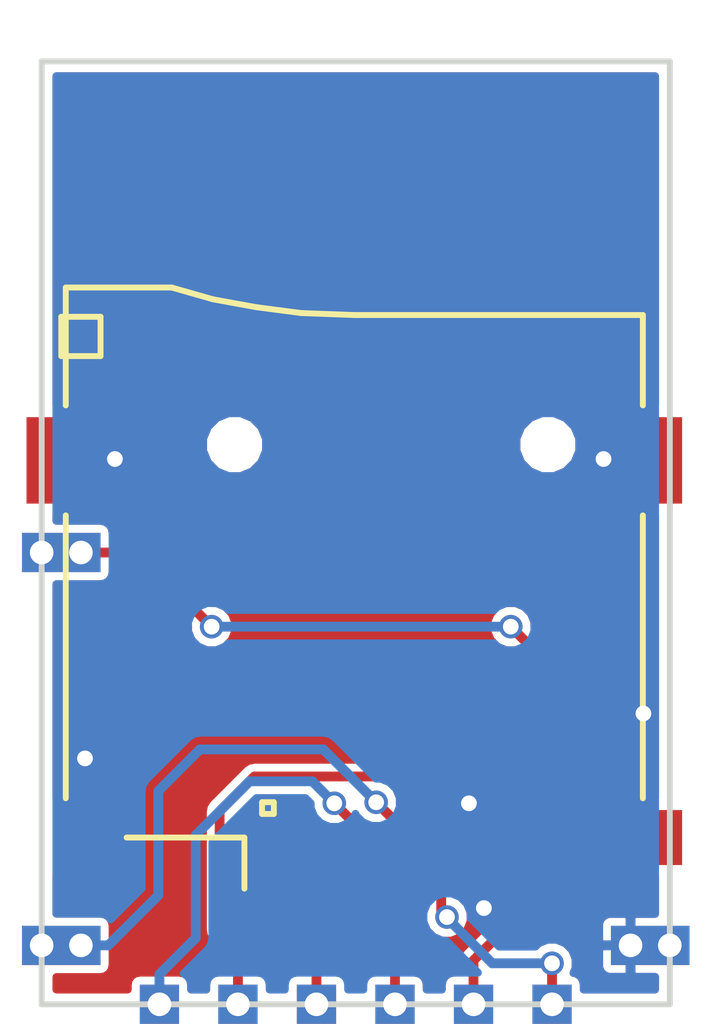
<source format=kicad_pcb>
(kicad_pcb (version 4) (host pcbnew 4.0.7)

  (general
    (links 16)
    (no_connects 0)
    (area 139.239999 91.44 157.690001 117.7036)
    (thickness 1.6)
    (drawings 0)
    (tracks 75)
    (zones 0)
    (modules 2)
    (nets 10)
  )

  (page A4)
  (layers
    (0 F.Cu signal)
    (31 B.Cu signal)
    (32 B.Adhes user)
    (33 F.Adhes user)
    (34 B.Paste user)
    (35 F.Paste user)
    (36 B.SilkS user)
    (37 F.SilkS user)
    (38 B.Mask user)
    (39 F.Mask user)
    (40 Dwgs.User user)
    (41 Cmts.User user)
    (42 Eco1.User user)
    (43 Eco2.User user)
    (44 Edge.Cuts user)
    (45 Margin user)
    (46 B.CrtYd user)
    (47 F.CrtYd user)
    (48 B.Fab user)
    (49 F.Fab user)
  )

  (setup
    (last_trace_width 0.25)
    (trace_clearance 0.2)
    (zone_clearance 0.508)
    (zone_45_only no)
    (trace_min 0.2)
    (segment_width 0.2)
    (edge_width 0.15)
    (via_size 0.6)
    (via_drill 0.4)
    (via_min_size 0.4)
    (via_min_drill 0.3)
    (uvia_size 0.3)
    (uvia_drill 0.1)
    (uvias_allowed no)
    (uvia_min_size 0.2)
    (uvia_min_drill 0.1)
    (pcb_text_width 0.3)
    (pcb_text_size 1.5 1.5)
    (mod_edge_width 0.15)
    (mod_text_size 1 1)
    (mod_text_width 0.15)
    (pad_size 1 1)
    (pad_drill 0.6)
    (pad_to_mask_clearance 0.2)
    (aux_axis_origin 157.5 92)
    (visible_elements 7FFFFFFF)
    (pcbplotparams
      (layerselection 0x010f0_80000001)
      (usegerberextensions true)
      (usegerberattributes true)
      (excludeedgelayer true)
      (linewidth 0.100000)
      (plotframeref false)
      (viasonmask false)
      (mode 1)
      (useauxorigin true)
      (hpglpennumber 1)
      (hpglpenspeed 20)
      (hpglpendiameter 15)
      (hpglpenoverlay 2)
      (psnegative false)
      (psa4output false)
      (plotreference false)
      (plotvalue false)
      (plotinvisibletext false)
      (padsonsilk false)
      (subtractmaskfromsilk false)
      (outputformat 1)
      (mirror false)
      (drillshape 0)
      (scaleselection 1)
      (outputdirectory gerbers/))
  )

  (net 0 "")
  (net 1 +3V3)
  (net 2 GND)
  (net 3 DET)
  (net 4 CMD)
  (net 5 DAT0)
  (net 6 DAT2)
  (net 7 DAT3)
  (net 8 DAT1)
  (net 9 CLK)

  (net_class Default "This is the default net class."
    (clearance 0.2)
    (trace_width 0.25)
    (via_dia 0.6)
    (via_drill 0.4)
    (uvia_dia 0.3)
    (uvia_drill 0.1)
    (add_net +3V3)
    (add_net CLK)
    (add_net CMD)
    (add_net DAT0)
    (add_net DAT1)
    (add_net DAT2)
    (add_net DAT3)
    (add_net DET)
    (add_net GND)
  )

  (module footprints:Conn_uSDcard (layer F.Cu) (tedit 5718CF45) (tstamp 5B01D093)
    (at 148.465 102.7586 180)
    (path /5B01E984)
    (fp_text reference XS1 (at 0 1 360) (layer F.Fab)
      (effects (font (size 0.6 0.6) (thickness 0.1)))
    )
    (fp_text value SD_ebay-uSD-push/push_SMD (at 0 0 360) (layer F.Fab)
      (effects (font (size 0.6 0.5) (thickness 0.1)))
    )
    (fp_line (start -7.35 3.3) (end 0 3.3) (layer F.SilkS) (width 0.15))
    (fp_line (start 0 3.3) (end 1.35 3.35) (layer F.SilkS) (width 0.15))
    (fp_line (start 1.35 3.35) (end 2.5 3.5) (layer F.SilkS) (width 0.15))
    (fp_line (start 2.5 3.5) (end 3.6 3.7) (layer F.SilkS) (width 0.15))
    (fp_line (start 3.6 3.7) (end 4.65 4) (layer F.SilkS) (width 0.15))
    (fp_text user %R (at 2.1 -9.35 360) (layer Eco1.User)
      (effects (font (size 0.3 0.3) (thickness 0.03)))
    )
    (fp_line (start 2.8 -10) (end 2.8 -11.3) (layer F.SilkS) (width 0.15))
    (fp_line (start -7.35 -1.8) (end -7.35 -9) (layer F.SilkS) (width 0.15))
    (fp_line (start -7.35 1) (end -7.35 3.3) (layer F.SilkS) (width 0.15))
    (fp_line (start 4.65 4) (end 7.35 4) (layer F.SilkS) (width 0.15))
    (fp_line (start 7.35 4) (end 7.35 1) (layer F.SilkS) (width 0.15))
    (fp_line (start 7.35 -9) (end 7.35 -1.8) (layer F.SilkS) (width 0.15))
    (fp_line (start 7.35 -9.5) (end 6.85 -10) (layer F.Fab) (width 0.05))
    (fp_line (start 2.35 -9.4) (end 2.05 -9.4) (layer F.SilkS) (width 0.15))
    (fp_line (start 2.05 -9.4) (end 2.05 -9.1) (layer F.SilkS) (width 0.15))
    (fp_line (start 2.05 -9.1) (end 2.35 -9.1) (layer F.SilkS) (width 0.15))
    (fp_line (start 2.35 -9.1) (end 2.35 -9.4) (layer F.SilkS) (width 0.15))
    (fp_line (start -7.75 4.5) (end -7.75 1) (layer F.CrtYd) (width 0.05))
    (fp_line (start -7.75 1) (end -8.75 1) (layer F.CrtYd) (width 0.05))
    (fp_line (start -8.75 1) (end -8.75 -1.75) (layer F.CrtYd) (width 0.05))
    (fp_line (start -8.75 -1.75) (end -7.75 -1.75) (layer F.CrtYd) (width 0.05))
    (fp_line (start -7.75 -1.75) (end -7.75 -9) (layer F.CrtYd) (width 0.05))
    (fp_line (start -7.75 -9) (end -8.75 -9) (layer F.CrtYd) (width 0.05))
    (fp_line (start -8.75 -9) (end -8.75 -11) (layer F.CrtYd) (width 0.05))
    (fp_line (start -8.75 -11) (end -7.25 -11) (layer F.CrtYd) (width 0.05))
    (fp_line (start -7.25 -11) (end -7.25 -11.5) (layer F.CrtYd) (width 0.05))
    (fp_line (start -7.25 -11.5) (end 2.75 -11.5) (layer F.CrtYd) (width 0.05))
    (fp_line (start 2.75 -11.5) (end 2.75 -10.25) (layer F.CrtYd) (width 0.05))
    (fp_line (start 2.75 -10.25) (end 5.75 -10.25) (layer F.CrtYd) (width 0.05))
    (fp_line (start 5.75 -10.25) (end 5.75 -11) (layer F.CrtYd) (width 0.05))
    (fp_line (start 5.75 -11) (end 8 -11) (layer F.CrtYd) (width 0.05))
    (fp_line (start 8 -11) (end 8 -9) (layer F.CrtYd) (width 0.05))
    (fp_line (start 8 -9) (end 7.75 -9) (layer F.CrtYd) (width 0.05))
    (fp_line (start 7.75 -9) (end 7.75 -1.75) (layer F.CrtYd) (width 0.05))
    (fp_line (start 7.75 -1.75) (end 8.75 -1.75) (layer F.CrtYd) (width 0.05))
    (fp_line (start 8.75 -1.75) (end 8.75 1) (layer F.CrtYd) (width 0.05))
    (fp_line (start 8.75 1) (end 7.75 1) (layer F.CrtYd) (width 0.05))
    (fp_line (start 7.75 1) (end 7.75 4.5) (layer F.CrtYd) (width 0.05))
    (fp_line (start -9 4.5) (end -7 4.5) (layer Cmts.User) (width 0.05))
    (fp_line (start -7 4.5) (end -6 3.5) (layer Cmts.User) (width 0.05))
    (fp_line (start -6 3.5) (end 4 3.5) (layer Cmts.User) (width 0.05))
    (fp_line (start 4 3.5) (end 5 4.5) (layer Cmts.User) (width 0.05))
    (fp_line (start 5 4.5) (end 9 4.5) (layer Cmts.User) (width 0.05))
    (fp_line (start 0 3.3) (end 1.7 3.4) (layer F.Fab) (width 0.05))
    (fp_line (start 1.7 3.4) (end 3.5 3.7) (layer F.Fab) (width 0.05))
    (fp_line (start 3.5 3.7) (end 4.7 4) (layer F.Fab) (width 0.05))
    (fp_line (start 2.8 -10) (end 5.8 -10) (layer F.SilkS) (width 0.15))
    (fp_line (start -6.55 8.6) (end -6.55 3.3) (layer F.Fab) (width 0.05))
    (fp_line (start -5.85 9.3) (end 3.95 9.3) (layer F.Fab) (width 0.05))
    (fp_arc (start -5.85 8.6) (end -6.55 8.6) (angle -90) (layer F.Fab) (width 0.05))
    (fp_line (start 4.65 8.6) (end 4.65 4) (layer F.Fab) (width 0.05))
    (fp_arc (start 3.95 8.6) (end 4.65 8.6) (angle 90) (layer F.Fab) (width 0.05))
    (fp_line (start 4.65 4) (end 7.35 4) (layer F.Fab) (width 0.05))
    (fp_line (start -7.35 3.3) (end 0 3.3) (layer F.Fab) (width 0.05))
    (fp_line (start -7.35 -10) (end 7.35 -10) (layer F.Fab) (width 0.05))
    (fp_line (start 7.35 -10) (end 7.35 4) (layer F.Fab) (width 0.05))
    (fp_line (start -7.35 -10) (end -7.35 3.3) (layer F.Fab) (width 0.05))
    (pad 6 smd rect (at 7.75 -0.4 180) (size 1.2 2.2) (layers F.Cu F.Paste F.Mask)
      (net 2 GND))
    (pad 6 smd rect (at -7.75 -0.4 180) (size 1.2 2.2) (layers F.Cu F.Paste F.Mask)
      (net 2 GND))
    (pad 6 smd rect (at 6.85 -10 180) (size 1.6 1.4) (layers F.Cu F.Paste F.Mask)
      (net 2 GND))
    (pad 6 smd rect (at -7.75 -10 180) (size 1.2 1.4) (layers F.Cu F.Paste F.Mask)
      (net 2 GND))
    (pad 9 smd rect (at -6.6 -10.5 180) (size 0.7 1.6) (layers F.Cu F.Paste F.Mask)
      (net 3 DET))
    (pad 7 smd rect (at -4.4 -10.5 180) (size 0.7 1.6) (layers F.Cu F.Paste F.Mask)
      (net 5 DAT0))
    (pad 8 smd rect (at -5.5 -10.5 180) (size 0.7 1.6) (layers F.Cu F.Paste F.Mask)
      (net 8 DAT1))
    (pad 6 smd rect (at -3.3 -10.5 180) (size 0.7 1.6) (layers F.Cu F.Paste F.Mask)
      (net 2 GND))
    (pad 5 smd rect (at -2.2 -10.5 180) (size 0.7 1.6) (layers F.Cu F.Paste F.Mask)
      (net 9 CLK))
    (pad 4 smd rect (at -1.1 -10.5 180) (size 0.7 1.6) (layers F.Cu F.Paste F.Mask)
      (net 1 +3V3))
    (pad 1 smd rect (at 2.2 -10.5 180) (size 0.7 1.6) (layers F.Cu F.Paste F.Mask)
      (net 6 DAT2))
    (pad 2 smd rect (at 1.1 -10.5 180) (size 0.7 1.6) (layers F.Cu F.Paste F.Mask)
      (net 7 DAT3))
    (pad "" np_thru_hole circle (at 3.05 0 180) (size 1 1) (drill 1) (layers *.Cu))
    (pad "" np_thru_hole circle (at -4.93 0 180) (size 1 1) (drill 1) (layers *.Cu))
    (pad 3 smd rect (at 0 -10.5 180) (size 0.7 1.6) (layers F.Cu F.Paste F.Mask)
      (net 4 CMD))
  )

  (module footprints:ESP12_BASE (layer F.Cu) (tedit 5B01D2FD) (tstamp 596E5532)
    (at 148.5011 105.0036)
    (path /596E53C6)
    (fp_text reference U1 (at -3.475 7.45) (layer F.SilkS) hide
      (effects (font (size 1 1) (thickness 0.15)))
    )
    (fp_text value ESP-12E (at -1.15 -7.925) (layer F.Fab) hide
      (effects (font (size 1 1) (thickness 0.15)))
    )
    (fp_line (start -7.5 -4.5) (end -7.5 -5.5) (layer F.SilkS) (width 0.15))
    (fp_line (start -6.5 -4.5) (end -7.5 -4.5) (layer F.SilkS) (width 0.15))
    (fp_line (start -6.5 -5.5) (end -6.5 -4.5) (layer F.SilkS) (width 0.15))
    (fp_line (start -7.5 -5.5) (end -6.5 -5.5) (layer F.SilkS) (width 0.15))
    (fp_line (start -8 12) (end -8 -12) (layer Edge.Cuts) (width 0.15))
    (fp_line (start 8 12) (end -8 12) (layer Edge.Cuts) (width 0.15))
    (fp_line (start 8 -12) (end 8 12) (layer Edge.Cuts) (width 0.15))
    (fp_line (start -8 -12) (end 8 -12) (layer Edge.Cuts) (width 0.15))
    (pad 3 thru_hole rect (at -8 0.5) (size 1 1) (drill 0.6) (layers *.Cu B.Mask)
      (net 3 DET))
    (pad 8 thru_hole rect (at -8 10.5) (size 1 1) (drill 0.6) (layers *.Cu *.Mask)
      (net 1 +3V3))
    (pad 3 thru_hole rect (at -7 0.5) (size 1 1) (drill 0.6) (layers *.Cu B.Mask)
      (net 3 DET))
    (pad 8 thru_hole rect (at -7 10.5) (size 1 1) (drill 0.6) (layers *.Cu *.Mask)
      (net 1 +3V3))
    (pad 9 thru_hole rect (at -5 12) (size 1 1) (drill 0.6) (layers *.Cu *.Mask)
      (net 4 CMD))
    (pad 10 thru_hole rect (at -3 12) (size 1 1) (drill 0.6) (layers *.Cu *.Mask)
      (net 5 DAT0))
    (pad 11 thru_hole rect (at -1 12) (size 1 1) (drill 0.6) (layers *.Cu *.Mask)
      (net 6 DAT2))
    (pad 12 thru_hole rect (at 1 12) (size 1 1) (drill 0.6) (layers *.Cu *.Mask)
      (net 7 DAT3))
    (pad 13 thru_hole rect (at 3 12) (size 1 1) (drill 0.6) (layers *.Cu *.Mask)
      (net 8 DAT1))
    (pad 14 thru_hole rect (at 5 12) (size 1 1) (drill 0.6) (layers *.Cu *.Mask)
      (net 9 CLK))
    (pad 15 thru_hole rect (at 8 10.5) (size 1 1) (drill 0.6) (layers *.Cu *.Mask)
      (net 2 GND))
    (pad 15 thru_hole rect (at 7 10.5) (size 1 1) (drill 0.6) (layers *.Cu *.Mask)
      (net 2 GND))
  )

  (segment (start 149.0218 111.8616) (end 147.6756 110.5154) (width 0.25) (layer B.Cu) (net 1))
  (segment (start 147.6756 110.5154) (end 144.530858 110.5154) (width 0.25) (layer B.Cu) (net 1))
  (segment (start 144.530858 110.5154) (end 143.472017 111.574241) (width 0.25) (layer B.Cu) (net 1))
  (segment (start 143.472017 111.574241) (end 143.472017 114.229363) (width 0.25) (layer B.Cu) (net 1))
  (segment (start 143.472017 114.229363) (end 142.19778 115.5036) (width 0.25) (layer B.Cu) (net 1))
  (segment (start 142.19778 115.5036) (end 141.5011 115.5036) (width 0.25) (layer B.Cu) (net 1))
  (segment (start 149.565 113.2586) (end 149.565 112.4048) (width 0.25) (layer F.Cu) (net 1))
  (segment (start 149.565 112.4048) (end 149.0218 111.8616) (width 0.25) (layer F.Cu) (net 1))
  (via (at 149.0218 111.8616) (size 0.6) (drill 0.4) (layers F.Cu B.Cu) (net 1))
  (segment (start 141.5011 115.5036) (end 140.5011 115.5036) (width 0.25) (layer F.Cu) (net 1))
  (segment (start 151.765 113.2586) (end 151.765 114.554) (width 0.25) (layer F.Cu) (net 2))
  (via (at 151.765 114.554) (size 0.6) (drill 0.4) (layers F.Cu B.Cu) (net 2))
  (segment (start 151.765 113.2586) (end 151.765 112.268) (width 0.25) (layer F.Cu) (net 2))
  (via (at 151.384 111.887) (size 0.6) (drill 0.4) (layers F.Cu B.Cu) (net 2))
  (segment (start 151.765 112.268) (end 151.384 111.887) (width 0.25) (layer F.Cu) (net 2))
  (segment (start 156.215 112.273) (end 155.829 111.887) (width 0.25) (layer F.Cu) (net 2))
  (segment (start 155.829 111.887) (end 155.829 109.601) (width 0.25) (layer F.Cu) (net 2))
  (via (at 155.829 109.601) (size 0.6) (drill 0.4) (layers F.Cu B.Cu) (net 2))
  (segment (start 156.215 112.7586) (end 156.215 112.273) (width 0.25) (layer F.Cu) (net 2))
  (segment (start 141.615 112.7586) (end 141.615 110.754) (width 0.25) (layer F.Cu) (net 2))
  (segment (start 141.615 110.754) (end 141.605 110.744) (width 0.25) (layer F.Cu) (net 2))
  (via (at 141.605 110.744) (size 0.6) (drill 0.4) (layers F.Cu B.Cu) (net 2))
  (segment (start 156.215 103.1586) (end 154.8476 103.1586) (width 0.25) (layer F.Cu) (net 2))
  (segment (start 154.8476 103.1586) (end 154.813 103.124) (width 0.25) (layer F.Cu) (net 2))
  (via (at 154.813 103.124) (size 0.6) (drill 0.4) (layers F.Cu B.Cu) (net 2))
  (segment (start 140.715 103.1586) (end 142.3324 103.1586) (width 0.25) (layer F.Cu) (net 2))
  (segment (start 142.3324 103.1586) (end 142.367 103.124) (width 0.25) (layer F.Cu) (net 2))
  (via (at 142.367 103.124) (size 0.6) (drill 0.4) (layers F.Cu B.Cu) (net 2))
  (segment (start 156.5011 115.5036) (end 155.5011 115.5036) (width 0.25) (layer F.Cu) (net 2))
  (segment (start 152.4508 107.3912) (end 144.8308 107.3912) (width 0.25) (layer B.Cu) (net 3))
  (via (at 144.8308 107.3912) (size 0.6) (drill 0.4) (layers F.Cu B.Cu) (net 3))
  (via (at 152.4508 107.3912) (size 0.6) (drill 0.4) (layers F.Cu B.Cu) (net 3))
  (segment (start 144.8308 107.3912) (end 142.9432 105.5036) (width 0.25) (layer F.Cu) (net 3))
  (segment (start 142.9432 105.5036) (end 141.5011 105.5036) (width 0.25) (layer F.Cu) (net 3))
  (segment (start 155.065 110.0054) (end 152.4508 107.3912) (width 0.25) (layer F.Cu) (net 3))
  (segment (start 155.065 113.2586) (end 155.065 110.0054) (width 0.25) (layer F.Cu) (net 3))
  (segment (start 140.5011 105.5036) (end 141.5011 105.5036) (width 0.25) (layer F.Cu) (net 3))
  (segment (start 144.4244 115.316) (end 143.5011 116.2393) (width 0.25) (layer B.Cu) (net 4))
  (segment (start 143.5011 116.2393) (end 143.5011 117.0036) (width 0.25) (layer B.Cu) (net 4))
  (segment (start 144.4244 112.6998) (end 144.4244 115.316) (width 0.25) (layer B.Cu) (net 4))
  (segment (start 145.796 111.3282) (end 144.4244 112.6998) (width 0.25) (layer B.Cu) (net 4))
  (segment (start 147.3962 111.3282) (end 145.796 111.3282) (width 0.25) (layer B.Cu) (net 4))
  (segment (start 147.955 111.887) (end 147.3962 111.3282) (width 0.25) (layer B.Cu) (net 4))
  (segment (start 148.465 113.2586) (end 148.465 112.397) (width 0.25) (layer F.Cu) (net 4))
  (segment (start 148.465 112.397) (end 147.955 111.887) (width 0.25) (layer F.Cu) (net 4))
  (via (at 147.955 111.887) (size 0.6) (drill 0.4) (layers F.Cu B.Cu) (net 4))
  (segment (start 145.5011 117.0036) (end 145.5011 115.5799) (width 0.25) (layer F.Cu) (net 5))
  (segment (start 152.047807 111.204607) (end 152.865 112.0218) (width 0.25) (layer F.Cu) (net 5))
  (segment (start 145.5011 115.5799) (end 145.034 115.1128) (width 0.25) (layer F.Cu) (net 5))
  (segment (start 145.034 115.1128) (end 145.034 112.0902) (width 0.25) (layer F.Cu) (net 5))
  (segment (start 152.865 112.0218) (end 152.865 113.2586) (width 0.25) (layer F.Cu) (net 5))
  (segment (start 145.034 112.0902) (end 145.919593 111.204607) (width 0.25) (layer F.Cu) (net 5))
  (segment (start 145.919593 111.204607) (end 152.047807 111.204607) (width 0.25) (layer F.Cu) (net 5))
  (segment (start 146.265 114.261) (end 147.5011 115.4971) (width 0.25) (layer F.Cu) (net 6))
  (segment (start 147.5011 115.4971) (end 147.5011 117.0036) (width 0.25) (layer F.Cu) (net 6))
  (segment (start 146.265 113.2586) (end 146.265 114.261) (width 0.25) (layer F.Cu) (net 6))
  (segment (start 149.098 115.5954) (end 149.5011 115.9985) (width 0.25) (layer F.Cu) (net 7))
  (segment (start 149.5011 115.9985) (end 149.5011 117.0036) (width 0.25) (layer F.Cu) (net 7))
  (segment (start 148.463 115.5954) (end 149.098 115.5954) (width 0.25) (layer F.Cu) (net 7))
  (segment (start 147.365 114.4974) (end 148.463 115.5954) (width 0.25) (layer F.Cu) (net 7))
  (segment (start 147.365 113.2586) (end 147.365 114.4974) (width 0.25) (layer F.Cu) (net 7))
  (segment (start 153.4668 114.9858) (end 153.965 114.4876) (width 0.25) (layer F.Cu) (net 8))
  (segment (start 153.965 114.4876) (end 153.965 113.2586) (width 0.25) (layer F.Cu) (net 8))
  (segment (start 152.4 114.9858) (end 153.4668 114.9858) (width 0.25) (layer F.Cu) (net 8))
  (segment (start 151.5011 115.8847) (end 152.4 114.9858) (width 0.25) (layer F.Cu) (net 8))
  (segment (start 151.5011 117.0036) (end 151.5011 115.8847) (width 0.25) (layer F.Cu) (net 8))
  (segment (start 153.5011 115.9599) (end 151.977515 115.9599) (width 0.25) (layer B.Cu) (net 9))
  (segment (start 151.977515 115.9599) (end 150.8252 114.807585) (width 0.25) (layer B.Cu) (net 9))
  (segment (start 150.8252 114.807585) (end 150.8252 114.7826) (width 0.25) (layer B.Cu) (net 9))
  (segment (start 150.8252 114.7826) (end 150.678725 114.636125) (width 0.25) (layer F.Cu) (net 9))
  (segment (start 150.678725 114.636125) (end 150.678725 113.272325) (width 0.25) (layer F.Cu) (net 9))
  (segment (start 150.678725 113.272325) (end 150.665 113.2586) (width 0.25) (layer F.Cu) (net 9))
  (via (at 150.8252 114.7826) (size 0.6) (drill 0.4) (layers F.Cu B.Cu) (net 9))
  (via (at 153.5011 115.9599) (size 0.6) (drill 0.4) (layers F.Cu B.Cu) (net 9))
  (segment (start 153.5011 115.9599) (end 153.5011 117.0036) (width 0.25) (layer F.Cu) (net 9))

  (zone (net 2) (net_name GND) (layer B.Cu) (tstamp 0) (hatch edge 0.508)
    (connect_pads (clearance 0.2))
    (min_thickness 0.2)
    (fill yes (arc_segments 16) (thermal_gap 0.2) (thermal_bridge_width 0.25))
    (polygon
      (pts
        (xy 139.7 91.44) (xy 157.48 91.44) (xy 157.48 116.84) (xy 139.7 116.84)
      )
    )
    (filled_polygon
      (pts
        (xy 156.1261 114.7036) (xy 155.6011 114.7036) (xy 155.5261 114.7786) (xy 155.5261 115.4786) (xy 155.5461 115.4786)
        (xy 155.5461 115.5286) (xy 155.5261 115.5286) (xy 155.5261 116.2286) (xy 155.6011 116.3036) (xy 156.1261 116.3036)
        (xy 156.1261 116.6286) (xy 154.306977 116.6286) (xy 154.306977 116.5036) (xy 154.286058 116.392427) (xy 154.220355 116.290321)
        (xy 154.120103 116.221822) (xy 154.048069 116.207235) (xy 154.100996 116.079771) (xy 154.101204 115.841076) (xy 154.010052 115.620471)
        (xy 153.993211 115.6036) (xy 154.7011 115.6036) (xy 154.7011 116.063273) (xy 154.746772 116.173536) (xy 154.831163 116.257928)
        (xy 154.941426 116.3036) (xy 155.4011 116.3036) (xy 155.4761 116.2286) (xy 155.4761 115.5286) (xy 154.7761 115.5286)
        (xy 154.7011 115.6036) (xy 153.993211 115.6036) (xy 153.841417 115.451541) (xy 153.620971 115.360004) (xy 153.382276 115.359796)
        (xy 153.161671 115.450948) (xy 153.077572 115.5349) (xy 152.153556 115.5349) (xy 151.562583 114.943927) (xy 154.7011 114.943927)
        (xy 154.7011 115.4036) (xy 154.7761 115.4786) (xy 155.4761 115.4786) (xy 155.4761 114.7786) (xy 155.4011 114.7036)
        (xy 154.941426 114.7036) (xy 154.831163 114.749272) (xy 154.746772 114.833664) (xy 154.7011 114.943927) (xy 151.562583 114.943927)
        (xy 151.42518 114.806524) (xy 151.425304 114.663776) (xy 151.334152 114.443171) (xy 151.165517 114.274241) (xy 150.945071 114.182704)
        (xy 150.706376 114.182496) (xy 150.485771 114.273648) (xy 150.316841 114.442283) (xy 150.225304 114.662729) (xy 150.225096 114.901424)
        (xy 150.316248 115.122029) (xy 150.484883 115.290959) (xy 150.705329 115.382496) (xy 150.799153 115.382578) (xy 151.614297 116.197723)
        (xy 151.0011 116.197723) (xy 150.889927 116.218642) (xy 150.787821 116.284345) (xy 150.719322 116.384597) (xy 150.695223 116.5036)
        (xy 150.695223 116.6286) (xy 150.306977 116.6286) (xy 150.306977 116.5036) (xy 150.286058 116.392427) (xy 150.220355 116.290321)
        (xy 150.120103 116.221822) (xy 150.0011 116.197723) (xy 149.0011 116.197723) (xy 148.889927 116.218642) (xy 148.787821 116.284345)
        (xy 148.719322 116.384597) (xy 148.695223 116.5036) (xy 148.695223 116.6286) (xy 148.306977 116.6286) (xy 148.306977 116.5036)
        (xy 148.286058 116.392427) (xy 148.220355 116.290321) (xy 148.120103 116.221822) (xy 148.0011 116.197723) (xy 147.0011 116.197723)
        (xy 146.889927 116.218642) (xy 146.787821 116.284345) (xy 146.719322 116.384597) (xy 146.695223 116.5036) (xy 146.695223 116.6286)
        (xy 146.306977 116.6286) (xy 146.306977 116.5036) (xy 146.286058 116.392427) (xy 146.220355 116.290321) (xy 146.120103 116.221822)
        (xy 146.0011 116.197723) (xy 145.0011 116.197723) (xy 144.889927 116.218642) (xy 144.787821 116.284345) (xy 144.719322 116.384597)
        (xy 144.695223 116.5036) (xy 144.695223 116.6286) (xy 144.306977 116.6286) (xy 144.306977 116.5036) (xy 144.286058 116.392427)
        (xy 144.220355 116.290321) (xy 144.120103 116.221822) (xy 144.1197 116.22174) (xy 144.72492 115.616521) (xy 144.817048 115.478641)
        (xy 144.817049 115.47864) (xy 144.8494 115.316) (xy 144.8494 112.87584) (xy 145.972041 111.7532) (xy 147.22016 111.7532)
        (xy 147.354999 111.888039) (xy 147.354896 112.005824) (xy 147.446048 112.226429) (xy 147.614683 112.395359) (xy 147.835129 112.486896)
        (xy 148.073824 112.487104) (xy 148.294429 112.395952) (xy 148.463359 112.227317) (xy 148.493609 112.154467) (xy 148.512848 112.201029)
        (xy 148.681483 112.369959) (xy 148.901929 112.461496) (xy 149.140624 112.461704) (xy 149.361229 112.370552) (xy 149.530159 112.201917)
        (xy 149.621696 111.981471) (xy 149.621904 111.742776) (xy 149.530752 111.522171) (xy 149.362117 111.353241) (xy 149.141671 111.261704)
        (xy 149.022841 111.2616) (xy 147.97612 110.21488) (xy 147.838241 110.122751) (xy 147.811257 110.117384) (xy 147.6756 110.0904)
        (xy 144.530858 110.0904) (xy 144.368218 110.122751) (xy 144.368216 110.122752) (xy 144.368217 110.122752) (xy 144.230337 110.21488)
        (xy 143.171497 111.273721) (xy 143.079368 111.4116) (xy 143.079368 111.411601) (xy 143.047017 111.574241) (xy 143.047017 114.053322)
        (xy 142.255461 114.844878) (xy 142.220355 114.790321) (xy 142.120103 114.721822) (xy 142.0011 114.697723) (xy 140.8761 114.697723)
        (xy 140.8761 107.510024) (xy 144.230696 107.510024) (xy 144.321848 107.730629) (xy 144.490483 107.899559) (xy 144.710929 107.991096)
        (xy 144.949624 107.991304) (xy 145.170229 107.900152) (xy 145.254328 107.8162) (xy 152.02727 107.8162) (xy 152.110483 107.899559)
        (xy 152.330929 107.991096) (xy 152.569624 107.991304) (xy 152.790229 107.900152) (xy 152.959159 107.731517) (xy 153.050696 107.511071)
        (xy 153.050904 107.272376) (xy 152.959752 107.051771) (xy 152.791117 106.882841) (xy 152.570671 106.791304) (xy 152.331976 106.791096)
        (xy 152.111371 106.882248) (xy 152.027272 106.9662) (xy 145.25433 106.9662) (xy 145.171117 106.882841) (xy 144.950671 106.791304)
        (xy 144.711976 106.791096) (xy 144.491371 106.882248) (xy 144.322441 107.050883) (xy 144.230904 107.271329) (xy 144.230696 107.510024)
        (xy 140.8761 107.510024) (xy 140.8761 106.309477) (xy 142.0011 106.309477) (xy 142.112273 106.288558) (xy 142.214379 106.222855)
        (xy 142.282878 106.122603) (xy 142.306977 106.0036) (xy 142.306977 105.0036) (xy 142.286058 104.892427) (xy 142.220355 104.790321)
        (xy 142.120103 104.721822) (xy 142.0011 104.697723) (xy 140.8761 104.697723) (xy 140.8761 102.917032) (xy 144.614861 102.917032)
        (xy 144.736397 103.211172) (xy 144.961245 103.436412) (xy 145.255172 103.558461) (xy 145.573432 103.558739) (xy 145.867572 103.437203)
        (xy 146.092812 103.212355) (xy 146.214861 102.918428) (xy 146.214862 102.917032) (xy 152.594861 102.917032) (xy 152.716397 103.211172)
        (xy 152.941245 103.436412) (xy 153.235172 103.558461) (xy 153.553432 103.558739) (xy 153.847572 103.437203) (xy 154.072812 103.212355)
        (xy 154.194861 102.918428) (xy 154.195139 102.600168) (xy 154.073603 102.306028) (xy 153.848755 102.080788) (xy 153.554828 101.958739)
        (xy 153.236568 101.958461) (xy 152.942428 102.079997) (xy 152.717188 102.304845) (xy 152.595139 102.598772) (xy 152.594861 102.917032)
        (xy 146.214862 102.917032) (xy 146.215139 102.600168) (xy 146.093603 102.306028) (xy 145.868755 102.080788) (xy 145.574828 101.958739)
        (xy 145.256568 101.958461) (xy 144.962428 102.079997) (xy 144.737188 102.304845) (xy 144.615139 102.598772) (xy 144.614861 102.917032)
        (xy 140.8761 102.917032) (xy 140.8761 93.3786) (xy 156.1261 93.3786)
      )
    )
  )
  (zone (net 2) (net_name GND) (layer F.Cu) (tstamp 5B01D538) (hatch edge 0.508)
    (connect_pads (clearance 0.2))
    (min_thickness 0.2)
    (fill yes (arc_segments 16) (thermal_gap 0.2) (thermal_bridge_width 0.25))
    (polygon
      (pts
        (xy 157.48 91.44) (xy 139.7 91.44) (xy 139.7 116.84) (xy 157.48 116.84)
      )
    )
    (filled_polygon
      (pts
        (xy 152.413905 112.171746) (xy 152.403827 112.173642) (xy 152.312849 112.232184) (xy 152.284937 112.204272) (xy 152.174674 112.1586)
        (xy 151.865 112.1586) (xy 151.79 112.2336) (xy 151.79 113.2336) (xy 151.81 113.2336) (xy 151.81 113.2836)
        (xy 151.79 113.2836) (xy 151.79 114.2836) (xy 151.865 114.3586) (xy 152.174674 114.3586) (xy 152.284937 114.312928)
        (xy 152.31371 114.284154) (xy 152.395997 114.340378) (xy 152.515 114.364477) (xy 153.215 114.364477) (xy 153.326173 114.343558)
        (xy 153.416028 114.285738) (xy 153.495997 114.340378) (xy 153.508624 114.342935) (xy 153.29076 114.5608) (xy 152.4 114.5608)
        (xy 152.237359 114.593151) (xy 152.09948 114.685279) (xy 151.20058 115.58418) (xy 151.108451 115.722059) (xy 151.108451 115.72206)
        (xy 151.0761 115.8847) (xy 151.0761 116.197723) (xy 151.0011 116.197723) (xy 150.889927 116.218642) (xy 150.787821 116.284345)
        (xy 150.719322 116.384597) (xy 150.695223 116.5036) (xy 150.695223 116.6286) (xy 150.306977 116.6286) (xy 150.306977 116.5036)
        (xy 150.286058 116.392427) (xy 150.220355 116.290321) (xy 150.120103 116.221822) (xy 150.0011 116.197723) (xy 149.9261 116.197723)
        (xy 149.9261 115.9985) (xy 149.893749 115.83586) (xy 149.81771 115.72206) (xy 149.80162 115.697979) (xy 149.39852 115.29488)
        (xy 149.260641 115.202751) (xy 149.229611 115.196579) (xy 149.098 115.1704) (xy 148.639041 115.1704) (xy 147.814411 114.345771)
        (xy 147.826173 114.343558) (xy 147.916028 114.285738) (xy 147.995997 114.340378) (xy 148.115 114.364477) (xy 148.815 114.364477)
        (xy 148.926173 114.343558) (xy 149.016028 114.285738) (xy 149.095997 114.340378) (xy 149.215 114.364477) (xy 149.915 114.364477)
        (xy 150.026173 114.343558) (xy 150.116028 114.285738) (xy 150.195997 114.340378) (xy 150.253725 114.352068) (xy 150.253725 114.594283)
        (xy 150.225304 114.662729) (xy 150.225096 114.901424) (xy 150.316248 115.122029) (xy 150.484883 115.290959) (xy 150.705329 115.382496)
        (xy 150.944024 115.382704) (xy 151.164629 115.291552) (xy 151.333559 115.122917) (xy 151.425096 114.902471) (xy 151.425304 114.663776)
        (xy 151.334152 114.443171) (xy 151.192261 114.301032) (xy 151.217151 114.285016) (xy 151.245063 114.312928) (xy 151.355326 114.3586)
        (xy 151.665 114.3586) (xy 151.74 114.2836) (xy 151.74 113.2836) (xy 151.72 113.2836) (xy 151.72 113.2336)
        (xy 151.74 113.2336) (xy 151.74 112.2336) (xy 151.665 112.1586) (xy 151.355326 112.1586) (xy 151.245063 112.204272)
        (xy 151.21629 112.233046) (xy 151.134003 112.176822) (xy 151.015 112.152723) (xy 150.315 112.152723) (xy 150.203827 112.173642)
        (xy 150.113972 112.231462) (xy 150.034003 112.176822) (xy 149.915 112.152723) (xy 149.89789 112.152723) (xy 149.865521 112.10428)
        (xy 149.621801 111.860561) (xy 149.621904 111.742776) (xy 149.575144 111.629607) (xy 151.871767 111.629607)
      )
    )
    (filled_polygon
      (pts
        (xy 156.1261 101.7697) (xy 156.115 101.7586) (xy 155.555326 101.7586) (xy 155.445063 101.804272) (xy 155.360672 101.888664)
        (xy 155.315 101.998927) (xy 155.315 103.0586) (xy 155.39 103.1336) (xy 156.1261 103.1336) (xy 156.1261 103.1836)
        (xy 155.39 103.1836) (xy 155.315 103.2586) (xy 155.315 104.318273) (xy 155.360672 104.428536) (xy 155.445063 104.512928)
        (xy 155.555326 104.5586) (xy 156.115 104.5586) (xy 156.1261 104.5475) (xy 156.1261 111.7697) (xy 156.115 111.7586)
        (xy 155.555326 111.7586) (xy 155.49 111.785659) (xy 155.49 110.0054) (xy 155.457649 109.84276) (xy 155.457649 109.842759)
        (xy 155.36552 109.70488) (xy 153.050801 107.390161) (xy 153.050904 107.272376) (xy 152.959752 107.051771) (xy 152.791117 106.882841)
        (xy 152.570671 106.791304) (xy 152.331976 106.791096) (xy 152.111371 106.882248) (xy 151.942441 107.050883) (xy 151.850904 107.271329)
        (xy 151.850696 107.510024) (xy 151.941848 107.730629) (xy 152.110483 107.899559) (xy 152.330929 107.991096) (xy 152.44976 107.9912)
        (xy 154.64 110.18144) (xy 154.64 112.166835) (xy 154.603827 112.173642) (xy 154.513972 112.231462) (xy 154.434003 112.176822)
        (xy 154.315 112.152723) (xy 153.615 112.152723) (xy 153.503827 112.173642) (xy 153.413972 112.231462) (xy 153.334003 112.176822)
        (xy 153.29 112.167911) (xy 153.29 112.0218) (xy 153.257649 111.85916) (xy 153.196855 111.768176) (xy 153.16552 111.721279)
        (xy 152.348327 110.904087) (xy 152.210448 110.811958) (xy 152.183464 110.806591) (xy 152.047807 110.779607) (xy 145.919593 110.779607)
        (xy 145.756952 110.811958) (xy 145.619073 110.904086) (xy 144.73348 111.78968) (xy 144.641351 111.927559) (xy 144.641351 111.92756)
        (xy 144.609 112.0902) (xy 144.609 115.1128) (xy 144.626958 115.20308) (xy 144.641351 115.275441) (xy 144.73348 115.41332)
        (xy 145.0761 115.75594) (xy 145.0761 116.197723) (xy 145.0011 116.197723) (xy 144.889927 116.218642) (xy 144.787821 116.284345)
        (xy 144.719322 116.384597) (xy 144.695223 116.5036) (xy 144.695223 116.6286) (xy 144.306977 116.6286) (xy 144.306977 116.5036)
        (xy 144.286058 116.392427) (xy 144.220355 116.290321) (xy 144.120103 116.221822) (xy 144.0011 116.197723) (xy 143.0011 116.197723)
        (xy 142.889927 116.218642) (xy 142.787821 116.284345) (xy 142.719322 116.384597) (xy 142.695223 116.5036) (xy 142.695223 116.6286)
        (xy 140.8761 116.6286) (xy 140.8761 116.309477) (xy 142.0011 116.309477) (xy 142.112273 116.288558) (xy 142.214379 116.222855)
        (xy 142.282878 116.122603) (xy 142.306977 116.0036) (xy 142.306977 115.0036) (xy 142.286058 114.892427) (xy 142.220355 114.790321)
        (xy 142.120103 114.721822) (xy 142.0011 114.697723) (xy 140.8761 114.697723) (xy 140.8761 113.7586) (xy 141.515 113.7586)
        (xy 141.59 113.6836) (xy 141.59 112.7836) (xy 141.64 112.7836) (xy 141.64 113.6836) (xy 141.715 113.7586)
        (xy 142.474674 113.7586) (xy 142.584937 113.712928) (xy 142.669328 113.628536) (xy 142.715 113.518273) (xy 142.715 112.8586)
        (xy 142.64 112.7836) (xy 141.64 112.7836) (xy 141.59 112.7836) (xy 141.57 112.7836) (xy 141.57 112.7336)
        (xy 141.59 112.7336) (xy 141.59 111.8336) (xy 141.64 111.8336) (xy 141.64 112.7336) (xy 142.64 112.7336)
        (xy 142.715 112.6586) (xy 142.715 111.998927) (xy 142.669328 111.888664) (xy 142.584937 111.804272) (xy 142.474674 111.7586)
        (xy 141.715 111.7586) (xy 141.64 111.8336) (xy 141.59 111.8336) (xy 141.515 111.7586) (xy 140.8761 111.7586)
        (xy 140.8761 106.309477) (xy 142.0011 106.309477) (xy 142.112273 106.288558) (xy 142.214379 106.222855) (xy 142.282878 106.122603)
        (xy 142.306977 106.0036) (xy 142.306977 105.9286) (xy 142.76716 105.9286) (xy 144.230799 107.392239) (xy 144.230696 107.510024)
        (xy 144.321848 107.730629) (xy 144.490483 107.899559) (xy 144.710929 107.991096) (xy 144.949624 107.991304) (xy 145.170229 107.900152)
        (xy 145.339159 107.731517) (xy 145.430696 107.511071) (xy 145.430904 107.272376) (xy 145.339752 107.051771) (xy 145.171117 106.882841)
        (xy 144.950671 106.791304) (xy 144.831841 106.7912) (xy 143.24372 105.20308) (xy 143.105841 105.110951) (xy 143.078857 105.105584)
        (xy 142.9432 105.0786) (xy 142.306977 105.0786) (xy 142.306977 105.0036) (xy 142.286058 104.892427) (xy 142.220355 104.790321)
        (xy 142.120103 104.721822) (xy 142.0011 104.697723) (xy 140.8761 104.697723) (xy 140.8761 104.5586) (xy 141.374674 104.5586)
        (xy 141.484937 104.512928) (xy 141.569328 104.428536) (xy 141.615 104.318273) (xy 141.615 103.2586) (xy 141.54 103.1836)
        (xy 140.8761 103.1836) (xy 140.8761 103.1336) (xy 141.54 103.1336) (xy 141.615 103.0586) (xy 141.615 102.917032)
        (xy 144.614861 102.917032) (xy 144.736397 103.211172) (xy 144.961245 103.436412) (xy 145.255172 103.558461) (xy 145.573432 103.558739)
        (xy 145.867572 103.437203) (xy 146.092812 103.212355) (xy 146.214861 102.918428) (xy 146.214862 102.917032) (xy 152.594861 102.917032)
        (xy 152.716397 103.211172) (xy 152.941245 103.436412) (xy 153.235172 103.558461) (xy 153.553432 103.558739) (xy 153.847572 103.437203)
        (xy 154.072812 103.212355) (xy 154.194861 102.918428) (xy 154.195139 102.600168) (xy 154.073603 102.306028) (xy 153.848755 102.080788)
        (xy 153.554828 101.958739) (xy 153.236568 101.958461) (xy 152.942428 102.079997) (xy 152.717188 102.304845) (xy 152.595139 102.598772)
        (xy 152.594861 102.917032) (xy 146.214862 102.917032) (xy 146.215139 102.600168) (xy 146.093603 102.306028) (xy 145.868755 102.080788)
        (xy 145.574828 101.958739) (xy 145.256568 101.958461) (xy 144.962428 102.079997) (xy 144.737188 102.304845) (xy 144.615139 102.598772)
        (xy 144.614861 102.917032) (xy 141.615 102.917032) (xy 141.615 101.998927) (xy 141.569328 101.888664) (xy 141.484937 101.804272)
        (xy 141.374674 101.7586) (xy 140.8761 101.7586) (xy 140.8761 93.3786) (xy 156.1261 93.3786)
      )
    )
    (filled_polygon
      (pts
        (xy 156.1261 114.7036) (xy 155.6011 114.7036) (xy 155.5261 114.7786) (xy 155.5261 115.4786) (xy 155.5461 115.4786)
        (xy 155.5461 115.5286) (xy 155.5261 115.5286) (xy 155.5261 116.2286) (xy 155.6011 116.3036) (xy 156.1261 116.3036)
        (xy 156.1261 116.6286) (xy 154.306977 116.6286) (xy 154.306977 116.5036) (xy 154.286058 116.392427) (xy 154.220355 116.290321)
        (xy 154.120103 116.221822) (xy 154.048069 116.207235) (xy 154.100996 116.079771) (xy 154.101204 115.841076) (xy 154.010052 115.620471)
        (xy 153.993211 115.6036) (xy 154.7011 115.6036) (xy 154.7011 116.063273) (xy 154.746772 116.173536) (xy 154.831163 116.257928)
        (xy 154.941426 116.3036) (xy 155.4011 116.3036) (xy 155.4761 116.2286) (xy 155.4761 115.5286) (xy 154.7761 115.5286)
        (xy 154.7011 115.6036) (xy 153.993211 115.6036) (xy 153.841417 115.451541) (xy 153.64322 115.369242) (xy 153.76732 115.28632)
        (xy 154.109713 114.943927) (xy 154.7011 114.943927) (xy 154.7011 115.4036) (xy 154.7761 115.4786) (xy 155.4761 115.4786)
        (xy 155.4761 114.7786) (xy 155.4011 114.7036) (xy 154.941426 114.7036) (xy 154.831163 114.749272) (xy 154.746772 114.833664)
        (xy 154.7011 114.943927) (xy 154.109713 114.943927) (xy 154.26552 114.788121) (xy 154.334236 114.68528) (xy 154.357649 114.65024)
        (xy 154.39 114.4876) (xy 154.39 114.350365) (xy 154.426173 114.343558) (xy 154.516028 114.285738) (xy 154.595997 114.340378)
        (xy 154.715 114.364477) (xy 155.415 114.364477) (xy 155.526173 114.343558) (xy 155.628279 114.277855) (xy 155.696778 114.177603)
        (xy 155.720877 114.0586) (xy 155.720877 113.7586) (xy 156.115 113.7586) (xy 156.1261 113.7475)
      )
    )
  )
)

</source>
